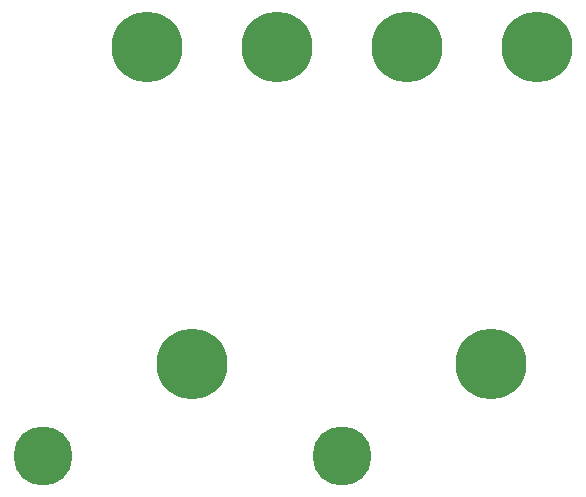
<source format=gbr>
%TF.GenerationSoftware,KiCad,Pcbnew,8.0.7-8.0.7-0~ubuntu20.04.1*%
%TF.CreationDate,2024-12-27T01:05:30+01:00*%
%TF.ProjectId,pcb_power,7063625f-706f-4776-9572-2e6b69636164,1.0.0*%
%TF.SameCoordinates,Original*%
%TF.FileFunction,NonPlated,1,2,NPTH,Drill*%
%TF.FilePolarity,Positive*%
%FSLAX46Y46*%
G04 Gerber Fmt 4.6, Leading zero omitted, Abs format (unit mm)*
G04 Created by KiCad (PCBNEW 8.0.7-8.0.7-0~ubuntu20.04.1) date 2024-12-27 01:05:30*
%MOMM*%
%LPD*%
G01*
G04 APERTURE LIST*
%TA.AperFunction,ComponentDrill*%
%ADD10C,5.000000*%
%TD*%
%TA.AperFunction,ComponentDrill*%
%ADD11C,6.000000*%
%TD*%
G04 APERTURE END LIST*
D10*
%TO.C,Q41*%
X81790000Y-63400000D03*
%TO.C,Q43*%
X107040000Y-63400000D03*
D11*
%TO.C,D32*%
X90540000Y-28840000D03*
%TO.C,Q40*%
X94350000Y-55640000D03*
%TO.C,D30*%
X101540000Y-28840000D03*
%TO.C,D31*%
X112540000Y-28840000D03*
%TO.C,Q42*%
X119650000Y-55640000D03*
%TO.C,D33*%
X123540000Y-28840000D03*
M02*

</source>
